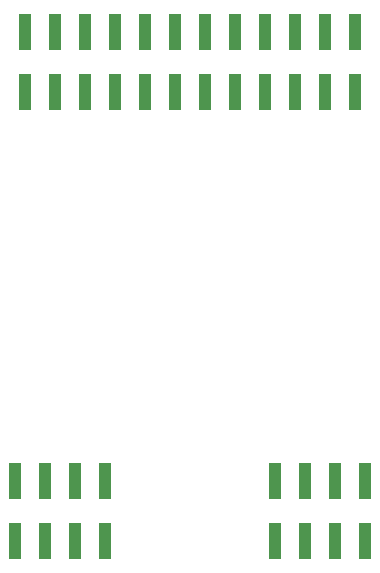
<source format=gbr>
%TF.GenerationSoftware,KiCad,Pcbnew,8.0.3-8.0.3-0~ubuntu22.04.1*%
%TF.CreationDate,2024-07-15T21:37:22+02:00*%
%TF.ProjectId,MT2AO8,4d543241-4f38-42e6-9b69-6361645f7063,rev?*%
%TF.SameCoordinates,Original*%
%TF.FileFunction,Soldermask,Bot*%
%TF.FilePolarity,Negative*%
%FSLAX46Y46*%
G04 Gerber Fmt 4.6, Leading zero omitted, Abs format (unit mm)*
G04 Created by KiCad (PCBNEW 8.0.3-8.0.3-0~ubuntu22.04.1) date 2024-07-15 21:37:22*
%MOMM*%
%LPD*%
G01*
G04 APERTURE LIST*
%ADD10R,1.000000X3.150000*%
G04 APERTURE END LIST*
D10*
%TO.C,J3*%
X158190000Y-112975000D03*
X158190000Y-118025000D03*
X160730000Y-112975000D03*
X160730000Y-118025000D03*
X163270000Y-112975000D03*
X163270000Y-118025000D03*
X165810000Y-112975000D03*
X165810000Y-118025000D03*
%TD*%
%TO.C,J1*%
X164970000Y-80025000D03*
X164970000Y-74975000D03*
X162430000Y-80025000D03*
X162430000Y-74975000D03*
X159890000Y-80025000D03*
X159890000Y-74975000D03*
X157350000Y-80025000D03*
X157350000Y-74975000D03*
X154810000Y-80025000D03*
X154810000Y-74975000D03*
X152270000Y-80025000D03*
X152270000Y-74975000D03*
X149730000Y-80025000D03*
X149730000Y-74975000D03*
X147190000Y-80025000D03*
X147190000Y-74975000D03*
X144650000Y-80025000D03*
X144650000Y-74975000D03*
X142110000Y-80025000D03*
X142110000Y-74975000D03*
X139570000Y-80025000D03*
X139570000Y-74975000D03*
X137030000Y-80025000D03*
X137030000Y-74975000D03*
%TD*%
%TO.C,J2*%
X136190000Y-112975000D03*
X136190000Y-118025000D03*
X138730000Y-112975000D03*
X138730000Y-118025000D03*
X141270000Y-112975000D03*
X141270000Y-118025000D03*
X143810000Y-112975000D03*
X143810000Y-118025000D03*
%TD*%
M02*

</source>
